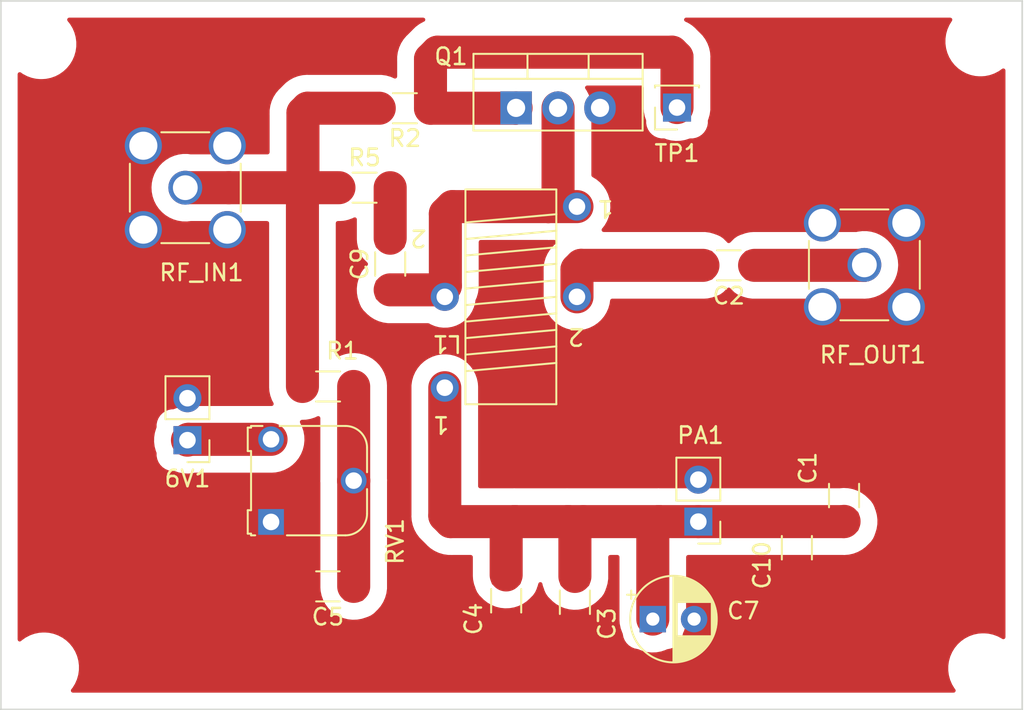
<source format=kicad_pcb>
(kicad_pcb (version 20211014) (generator pcbnew)
  (layers (0 "F.Cu" signal) (31 "B.Cu" signal) (35 "F.Paste" user) (37 "F.SilkS" user "F.Silkscreen") (38 "B.Mask" user) (39 "F.Mask" user) (44 "Edge.Cuts" user))
  (net 0 "")
  (net 1 "GND")
  (net 2 "Net-(6V1-Pad1)")
  (net 3 "Net-(C2-Pad2)")
  (net 4 "+VDC")
  (net 5 "Net-(C2-Pad1)")
  (net 6 "Net-(C5-Pad1)")
  (net 7 "/RF_IN")
  (net 8 "/DRAIN")
  (net 9 "Net-(C9-Pad2)")
  (net 10 "Net-(Q1-Pad1)")
  (footprint "Potentiometer_THT:Potentiometer_Runtron_RM-065_Vertical" (layer "F.Cu") (at 83.105 107.04 90)
    (fp_text reference "RV1" (at -1.18 7.51 90) (layer "F.SilkS"))
    (fp_text value "5k")
    (fp_line (start 0.71 -1.21) (end 4.29 -1.21) (layer "F.SilkS") (width 0.12))
    (fp_line (start 4.5 5.81) (end 3.01 5.81) (layer "F.SilkS") (width 0.12))
    (fp_line (start -0.71 -1.41) (end -0.71 -1.21) (layer "F.SilkS") (width 0.12))
    (fp_line (start -0.71 -1.21) (end -0.81 -1.21) (layer "F.SilkS") (width 0.12))
    (fp_line (start -0.71 -1.41) (end 0.71 -1.41) (layer "F.SilkS") (width 0.12))
    (fp_line (start -0.81 4.5) (end -0.81 0.96) (layer "F.SilkS") (width 0.12))
    (fp_line (start 5.81 0.52) (end 5.81 4.5) (layer "F.SilkS") (width 0.12))
    (fp_line (start 5.71 -1.21) (end 5.81 -1.21) (layer "F.SilkS") (width 0.12))
    (fp_line (start 1.99 5.81) (end 0.5 5.81) (layer "F.SilkS") (width 0.12))
    (fp_line (start 4.29 -1.41) (end 5.71 -1.41) (layer "F.SilkS") (width 0.12))
    (fp_line (start -0.81 -1.21) (end -0.81 -0.96) (layer "F.SilkS") (width 0.12))
    (fp_line (start 5.81 -1.21) (end 5.81 -0.52) (layer "F.SilkS") (width 0.12))
    (fp_line (start 0.71 -1.21) (end 0.71 -1.41) (layer "F.SilkS") (width 0.12))
    (fp_line (start 5.71 -1.41) (end 5.71 -1.21) (layer "F.SilkS") (width 0.12))
    (fp_line (start 4.29 -1.21) (end 4.29 -1.41) (layer "F.SilkS") (width 0.12))
    (fp_arc (start 5.81 4.5) (mid 5.42631 5.42631) (end 4.5 5.81) (layer "F.SilkS") (width 0.12))
    (fp_arc (start 0.5 5.81) (mid -0.42631 5.42631) (end -0.81 4.5) (layer "F.SilkS") (width 0.12))
    (pad "1" thru_hole rect (at 0 0 90) (size 1.56 1.56) (drill 1) (layers *.Cu *.Mask) (net 1 "GND"))
    (pad "2" thru_hole circle (at 2.5 5 90) (size 1.56 1.56) (drill 1) (layers *.Cu *.Mask) (net 6 "Net-(C5-Pad1)"))
    (pad "3" thru_hole circle (at 5 0 90) (size 1.56 1.56) (drill 1) (layers *.Cu *.Mask) (net 2 "Net-(6V1-Pad1)"))
  )
  (footprint "Resistor_SMD:R_1206_3216Metric_Pad1.30x1.75mm_HandSolder" (layer "F.Cu") (at 91.205 82 180)
    (fp_text reference "R2" (at 0 -1.82) (layer "F.SilkS"))
    (fp_text value "10" hide)
    (fp_line (start -0.727064 -0.91) (end 0.727064 -0.91) (layer "F.SilkS") (width 0.12))
    (fp_line (start -0.727064 0.91) (end 0.727064 0.91) (layer "F.SilkS") (width 0.12))
    (pad "1" smd roundrect (at -1.55 0 180) (size 1.3 1.75) (layers "F.Cu" "F.Paste" "F.Mask") (roundrect_rratio 0.192308) (net 10 "Net-(Q1-Pad1)"))
    (pad "2" smd roundrect (at 1.55 0 180) (size 1.3 1.75) (layers "F.Cu" "F.Paste" "F.Mask") (roundrect_rratio 0.192308) (net 7 "/RF_IN"))
  )
  (footprint "Capacitor_SMD:C_1206_3216Metric_Pad1.33x1.80mm_HandSolder" (layer "F.Cu") (at 86.545 110.94 180)
    (fp_text reference "C5" (at 0 -1.85) (layer "F.SilkS"))
    (fp_text value "100nF" hide)
    (fp_line (start -0.711252 -0.91) (end 0.711252 -0.91) (layer "F.SilkS") (width 0.12))
    (fp_line (start -0.711252 0.91) (end 0.711252 0.91) (layer "F.SilkS") (width 0.12))
    (pad "1" smd roundrect (at -1.5625 0 180) (size 1.325 1.8) (layers "F.Cu" "F.Paste" "F.Mask") (roundrect_rratio 0.188679) (net 6 "Net-(C5-Pad1)"))
    (pad "2" smd roundrect (at 1.5625 0 180) (size 1.325 1.8) (layers "F.Cu" "F.Paste" "F.Mask") (roundrect_rratio 0.188679) (net 1 "GND"))
  )
  (footprint "Capacitor_SMD:C_1206_3216Metric_Pad1.33x1.80mm_HandSolder" (layer "F.Cu") (at 97.335 111.81 -90)
    (fp_text reference "C4" (at 1.1 1.98 90) (layer "F.SilkS"))
    (fp_text value "100nF" hide)
    (fp_line (start -0.711252 0.91) (end 0.711252 0.91) (layer "F.SilkS") (width 0.12))
    (fp_line (start -0.711252 -0.91) (end 0.711252 -0.91) (layer "F.SilkS") (width 0.12))
    (pad "1" smd roundrect (at -1.5625 0 270) (size 1.325 1.8) (layers "F.Cu" "F.Paste" "F.Mask") (roundrect_rratio 0.188679) (net 4 "+VDC"))
    (pad "2" smd roundrect (at 1.5625 0 270) (size 1.325 1.8) (layers "F.Cu" "F.Paste" "F.Mask") (roundrect_rratio 0.188679) (net 1 "GND"))
  )
  (footprint "Capacitor_SMD:C_1206_3216Metric_Pad1.33x1.80mm_HandSolder" (layer "F.Cu") (at 110.8075 91.51 180)
    (fp_text reference "C2" (at 0 -1.85) (layer "F.SilkS"))
    (fp_text value "100nF (100v)" hide)
    (fp_line (start -0.711252 0.91) (end 0.711252 0.91) (layer "F.SilkS") (width 0.12))
    (fp_line (start -0.711252 -0.91) (end 0.711252 -0.91) (layer "F.SilkS") (width 0.12))
    (pad "1" smd roundrect (at -1.5625 0 180) (size 1.325 1.8) (layers "F.Cu" "F.Paste" "F.Mask") (roundrect_rratio 0.188679) (net 5 "Net-(C2-Pad1)"))
    (pad "2" smd roundrect (at 1.5625 0 180) (size 1.325 1.8) (layers "F.Cu" "F.Paste" "F.Mask") (roundrect_rratio 0.188679) (net 3 "Net-(C2-Pad2)"))
  )
  (footprint "Connector_Coaxial:SMA_Amphenol_901-144_Vertical" (layer "F.Cu") (at 77.915 86.81 180)
    (fp_text reference "RF_IN1" (at -0.98 -5.14) (layer "F.SilkS"))
    (fp_text value "Conn_Coaxial" hide)
    (fp_line (start -1.45 -3.355) (end 1.45 -3.355) (layer "F.SilkS") (width 0.12))
    (fp_line (start -1.45 3.355) (end 1.45 3.355) (layer "F.SilkS") (width 0.12))
    (fp_line (start -3.355 -1.45) (end -3.355 1.45) (layer "F.SilkS") (width 0.12))
    (fp_line (start 3.355 -1.45) (end 3.355 1.45) (layer "F.SilkS") (width 0.12))
    (pad "1" thru_hole circle locked (at 0 0 180) (size 2.05 2.05) (drill 1.5) (layers *.Cu *.Mask) (net 7 "/RF_IN"))
    (pad "2" thru_hole circle locked (at -2.54 2.54 180) (size 2.25 2.25) (drill 1.7) (layers *.Cu *.Mask) (net 1 "GND"))
    (pad "2" thru_hole circle locked (at 2.54 -2.54 180) (size 2.25 2.25) (drill 1.7) (layers *.Cu *.Mask) (net 1 "GND"))
    (pad "2" thru_hole circle locked (at -2.54 -2.54 180) (size 2.25 2.25) (drill 1.7) (layers *.Cu *.Mask) (net 1 "GND"))
    (pad "2" thru_hole circle locked (at 2.54 2.54 180) (size 2.25 2.25) (drill 1.7) (layers *.Cu *.Mask) (net 1 "GND"))
  )
  (footprint "Package_TO_SOT_THT:TO-220-3_Vertical" (layer "F.Cu") (at 97.935 81.98)
    (fp_text reference "Q1" (at -3.94 -3.11) (layer "F.SilkS"))
    (fp_text value "\"Finals\"" hide)
    (fp_line (start -2.58 -3.27) (end -2.58 1.371) (layer "F.SilkS") (width 0.12))
    (fp_line (start -2.58 -1.76) (end 7.66 -1.76) (layer "F.SilkS") (width 0.12))
    (fp_line (start -2.58 -3.27) (end 7.66 -3.27) (layer "F.SilkS") (width 0.12))
    (fp_line (start 7.66 -3.27) (end 7.66 1.371) (layer "F.SilkS") (width 0.12))
    (fp_line (start 0.69 -3.27) (end 0.69 -1.76) (layer "F.SilkS") (width 0.12))
    (fp_line (start 4.391 -3.27) (end 4.391 -1.76) (layer "F.SilkS") (width 0.12))
    (fp_line (start -2.58 1.371) (end 7.66 1.371) (layer "F.SilkS") (width 0.12))
    (pad "1" thru_hole rect locked (at 0 0) (size 1.905 2) (drill 1.1) (layers *.Cu *.Mask) (net 10 "Net-(Q1-Pad1)"))
    (pad "2" thru_hole oval locked (at 2.54 0) (size 1.905 2) (drill 1.1) (layers *.Cu *.Mask) (net 8 "/DRAIN"))
    (pad "3" thru_hole oval locked (at 5.08 0) (size 1.905 2) (drill 1.1) (layers *.Cu *.Mask) (net 1 "GND"))
  )
  (footprint "Connector_Coaxial:SMA_Amphenol_901-144_Vertical" (layer "F.Cu") (at 119.015 91.48 -90)
    (fp_text reference "RF_OUT1" (at 5.45 -0.51) (layer "F.SilkS"))
    (fp_text value "Conn_Coaxial" hide)
    (fp_line (start 3.355 -1.45) (end 3.355 1.45) (layer "F.SilkS") (width 0.12))
    (fp_line (start -1.45 -3.355) (end 1.45 -3.355) (layer "F.SilkS") (width 0.12))
    (fp_line (start -1.45 3.355) (end 1.45 3.355) (layer "F.SilkS") (width 0.12))
    (fp_line (start -3.355 -1.45) (end -3.355 1.45) (layer "F.SilkS") (width 0.12))
    (pad "1" thru_hole circle locked (at 0 0 270) (size 2.05 2.05) (drill 1.5) (layers *.Cu *.Mask) (net 5 "Net-(C2-Pad1)"))
    (pad "2" thru_hole circle locked (at 2.54 -2.54 270) (size 2.25 2.25) (drill 1.7) (layers *.Cu *.Mask) (net 1 "GND"))
    (pad "2" thru_hole circle locked (at 2.54 2.54 270) (size 2.25 2.25) (drill 1.7) (layers *.Cu *.Mask) (net 1 "GND"))
    (pad "2" thru_hole circle locked (at -2.54 2.54 270) (size 2.25 2.25) (drill 1.7) (layers *.Cu *.Mask) (net 1 "GND"))
    (pad "2" thru_hole circle locked (at -2.54 -2.54 270) (size 2.25 2.25) (drill 1.7) (layers *.Cu *.Mask) (net 1 "GND"))
  )
  (footprint "Resistor_SMD:R_1206_3216Metric_Pad1.30x1.75mm_HandSolder" (layer "F.Cu") (at 86.555 98.84 180)
    (fp_text reference "R1" (at -0.87 2.15) (layer "F.SilkS"))
    (fp_text value "3.3k" hide)
    (fp_line (start -0.727064 0.91) (end 0.727064 0.91) (layer "F.SilkS") (width 0.12))
    (fp_line (start -0.727064 -0.91) (end 0.727064 -0.91) (layer "F.SilkS") (width 0.12))
    (pad "1" smd roundrect (at -1.55 0 180) (size 1.3 1.75) (layers "F.Cu" "F.Paste" "F.Mask") (roundrect_rratio 0.192308) (net 6 "Net-(C5-Pad1)"))
    (pad "2" smd roundrect (at 1.55 0 180) (size 1.3 1.75) (layers "F.Cu" "F.Paste" "F.Mask") (roundrect_rratio 0.192308) (net 7 "/RF_IN"))
  )
  (footprint "Connector_PinHeader_2.54mm:PinHeader_1x02_P2.54mm_Vertical" (layer "F.Cu") (at 108.965 107.02 180)
    (fp_text reference "PA1" (at -0.13 5.22) (layer "F.SilkS"))
    (fp_text value "VDC" hide)
    (fp_line (start -1.33 1.27) (end -1.33 3.87) (layer "F.SilkS") (width 0.12))
    (fp_line (start -1.33 0) (end -1.33 -1.33) (layer "F.SilkS") (width 0.12))
    (fp_line (start -1.33 1.27) (end 1.33 1.27) (layer "F.SilkS") (width 0.12))
    (fp_line (start 1.33 1.27) (end 1.33 3.87) (layer "F.SilkS") (width 0.12))
    (fp_line (start -1.33 3.87) (end 1.33 3.87) (layer "F.SilkS") (width 0.12))
    (fp_line (start -1.33 -1.33) (end 0 -1.33) (layer "F.SilkS") (width 0.12))
    (pad "1" thru_hole rect locked (at 0 0 180) (size 1.7 1.7) (drill 1) (layers *.Cu *.Mask) (net 4 "+VDC"))
    (pad "2" thru_hole oval locked (at 0 2.54 180) (size 1.7 1.7) (drill 1) (layers *.Cu *.Mask) (net 1 "GND"))
  )
  (footprint "Connector_PinSocket_2.54mm:PinSocket_1x01_P2.54mm_Vertical" (layer "F.Cu") (at 107.675 81.96 180)
    (fp_text reference "TP1" (at 0 -2.77) (layer "F.SilkS"))
    (fp_text value "TestPoint" hide)
    (fp_line (start 1.33 1.21) (end 1.33 1.33) (layer "F.SilkS") (width 0.12))
    (fp_line (start 0 -1.33) (end 1.33 -1.33) (layer "F.SilkS") (width 0.12))
    (fp_line (start 1.33 -1.33) (end 1.33 0) (layer "F.SilkS") (width 0.12))
    (fp_line (start -1.33 1.33) (end 1.33 1.33) (layer "F.SilkS") (width 0.12))
    (fp_line (start -1.33 1.21) (end -1.33 1.33) (layer "F.SilkS") (width 0.12))
    (pad "1" thru_hole rect (at 0 0 180) (size 1.7 1.7) (drill 1) (layers *.Cu *.Mask) (net 10 "Net-(Q1-Pad1)"))
  )
  (footprint "Connector_PinHeader_2.54mm:PinHeader_1x02_P2.54mm_Vertical" (layer "F.Cu") (at 78.045 102.09 180)
    (fp_text reference "6V1" (at 0 -2.33) (layer "F.SilkS"))
    (fp_text value "BIAS")
    (fp_line (start -1.33 -1.33) (end 0 -1.33) (layer "F.SilkS") (width 0.12))
    (fp_line (start -1.33 0) (end -1.33 -1.33) (layer "F.SilkS") (width 0.12))
    (fp_line (start -1.33 1.27) (end -1.33 3.87) (layer "F.SilkS") (width 0.12))
    (fp_line (start 1.33 1.27) (end 1.33 3.87) (layer "F.SilkS") (width 0.12))
    (fp_line (start -1.33 3.87) (end 1.33 3.87) (layer "F.SilkS") (width 0.12))
    (fp_line (start -1.33 1.27) (end 1.33 1.27) (layer "F.SilkS") (width 0.12))
    (pad "1" thru_hole rect (at 0 0 180) (size 1.7 1.7) (drill 1) (layers *.Cu *.Mask) (net 2 "Net-(6V1-Pad1)"))
    (pad "2" thru_hole oval (at 0 2.54 180) (size 1.7 1.7) (drill 1) (layers *.Cu *.Mask) (net 1 "GND"))
  )
  (footprint "Capacitor_SMD:C_1206_3216Metric_Pad1.33x1.80mm_HandSolder" (layer "F.Cu") (at 117.785 105.4425 90)
    (fp_text reference "C1" (at 1.6625 -2.19 90) (layer "F.SilkS"))
    (fp_text value "1nF" hide)
    (fp_line (start -0.711252 0.91) (end 0.711252 0.91) (layer "F.SilkS") (width 0.12))
    (fp_line (start -0.711252 -0.91) (end 0.711252 -0.91) (layer "F.SilkS") (width 0.12))
    (pad "1" smd roundrect (at -1.5625 0 90) (size 1.325 1.8) (layers "F.Cu" "F.Paste" "F.Mask") (roundrect_rratio 0.188679) (net 4 "+VDC"))
    (pad "2" smd roundrect (at 1.5625 0 90) (size 1.325 1.8) (layers "F.Cu" "F.Paste" "F.Mask") (roundrect_rratio 0.188679) (net 1 "GND"))
  )
  (footprint "Capacitor_THT:CP_Radial_D5.0mm_P2.50mm" (layer "F.Cu") (at 106.209887 112.92)
    (fp_text reference "C7" (at 5.475113 -0.5) (layer "F.SilkS"))
    (fp_text value "22uF 25v" hide)
    (fp_line (start 1.971 -2.48) (end 1.971 -1.04) (layer "F.SilkS") (width 0.12))
    (fp_line (start 2.011 -2.468) (end 2.011 -1.04) (layer "F.SilkS") (width 0.12))
    (fp_line (start 3.371 1.04) (end 3.371 1.5) (layer "F.SilkS") (width 0.12))
    (fp_line (start 2.891 -2.004) (end 2.891 -1.04) (layer "F.SilkS") (width 0.12))
    (fp_line (start 2.811 -2.065) (end 2.811 -1.04) (layer "F.SilkS") (width 0.12))
    (fp_line (start 1.69 -2.543) (end 1.69 -1.04) (layer "F.SilkS") (width 0.12))
    (fp_line (start 2.011 1.04) (end 2.011 2.468) (layer "F.SilkS") (width 0.12))
    (fp_line (start 2.971 -1.937) (end 2.971 -1.04) (layer "F.SilkS") (width 0.12))
    (fp_line (start 1.61 1.04) (end 1.61 2.556) (layer "F.SilkS") (width 0.12))
    (fp_line (start 2.171 1.04) (end 2.171 2.414) (layer "F.SilkS") (width 0.12))
    (fp_line (start 3.411 1.04) (end 3.411 1.443) (layer "F.SilkS") (width 0.12))
    (fp_line (start 3.171 1.04) (end 3.171 1.743) (layer "F.SilkS") (width 0.12))
    (fp_line (start 3.531 -1.251) (end 3.531 -1.04) (layer "F.SilkS") (width 0.12))
    (fp_line (start 1.33 -2.579) (end 1.33 2.579) (layer "F.SilkS") (width 0.12))
    (fp_line (start 2.731 1.04) (end 2.731 2.122) (layer "F.SilkS") (width 0.12))
    (fp_line (start 2.611 1.04) (end 2.611 2.2) (layer "F.SilkS") (width 0.12))
    (fp_line (start 3.251 -1.653) (end 3.251 -1.04) (layer "F.SilkS") (width 0.12))
    (fp_line (start 3.811 -0.518) (end 3.811 0.518) (layer "F.SilkS") (width 0.12))
    (fp_line (start 2.691 -2.149) (end 2.691 -1.04) (layer "F.SilkS") (width 0.12))
    (fp_line (start 3.211 1.04) (end 3.211 1.699) (layer "F.SilkS") (width 0.12))
    (fp_line (start 2.131 -2.428) (end 2.131 -1.04) (layer "F.SilkS") (width 0.12))
    (fp_line (start 1.29 -2.58) (end 1.29 2.58) (layer "F.SilkS") (width 0.12))
    (fp_line (start 3.531 1.04) (end 3.531 1.251) (layer "F.SilkS") (width 0.12))
    (fp_line (start 1.65 -2.55) (end 1.65 -1.04) (layer "F.SilkS") (width 0.12))
    (fp_line (start 3.291 -1.605) (end 3.291 -1.04) (layer "F.SilkS") (width 0.12))
    (fp_line (start 2.091 -2.442) (end 2.091 -1.04) (layer "F.SilkS") (width 0.12))
    (fp_line (start 2.331 1.04) (end 2.331 2.348) (layer "F.SilkS") (width 0.12))
    (fp_line (start 1.85 -2.511) (end 1.85 -1.04) (layer "F.SilkS") (width 0.12))
    (fp_line (start 1.53 -2.565) (end 1.53 -1.04) (layer "F.SilkS") (width 0.12))
    (fp_line (start 3.331 1.04) (end 3.331 1.554) (layer "F.SilkS") (width 0.12))
    (fp_line (start 3.491 -1.319) (end 3.491 -1.04) (layer "F.SilkS") (width 0.12))
    (fp_line (start 2.771 -2.095) (end 2.771 -1.04) (layer "F.SilkS") (width 0.12))
    (fp_line (start 2.091 1.04) (end 2.091 2.442) (layer "F.SilkS") (width 0.12))
    (fp_line (start 3.451 -1.383) (end 3.451 -1.04) (layer "F.SilkS") (width 0.12))
    (fp_line (start 2.851 -2.035) (end 2.851 -1.04) (layer "F.SilkS") (width 0.12))
    (fp_line (start 3.091 -1.826) (end 3.091 -1.04) (layer "F.SilkS") (width 0.12))
    (fp_line (start 2.731 -2.122) (end 2.731 -1.04) (layer "F.SilkS") (width 0.12))
    (fp_line (start 3.491 1.04) (end 3.491 1.319) (layer "F.SilkS") (width 0.12))
    (fp_line (start 2.931 1.04) (end 2.931 1.971) (layer "F.SilkS") (width 0.12))
    (fp_line (start 1.45 -2.573) (end 1.45 2.573) (layer "F.SilkS") (width 0.12))
    (fp_line (start 1.77 1.04) (end 1.77 2.528) (layer "F.SilkS") (width 0.12))
    (fp_line (start 1.81 -2.52) (end 1.81 -1.04) (layer "F.SilkS") (width 0.12))
    (fp_line (start 1.61 -2.556) (end 1.61 -1.04) (layer "F.SilkS") (width 0.12))
    (fp_line (start 2.971 1.04) (end 2.971 1.937) (layer "F.SilkS") (width 0.12))
    (fp_line (start 2.251 1.04) (end 2.251 2.382) (layer "F.SilkS") (width 0.12))
    (fp_line (start 3.131 -1.785) (end 3.131 -1.04) (layer "F.SilkS") (width 0.12))
    (fp_line (start 1.93 -2.491) (end 1.93 -1.04) (layer "F.SilkS") (width 0.12))
    (fp_line (start 3.091 1.04) (end 3.091 1.826) (layer "F.SilkS") (width 0.12))
    (fp_line (start 3.131 1.04) (end 3.131 1.785) (layer "F.SilkS") (width 0.12))
    (fp_line (start 2.451 1.04) (end 2.451 2.29) (layer "F.SilkS") (width 0.12))
    (fp_line (start 2.051 1.04) (end 2.051 2.455) (layer "F.SilkS") (width 0.12))
    (fp_line (start 3.851 -0.284) (end 3.851 0.284) (layer "F.SilkS") (width 0.12))
    (fp_line (start 2.531 -2.247) (end 2.531 -1.04) (layer "F.SilkS") (width 0.12))
    (fp_line (start 3.211 -1.699) (end 3.211 -1.04) (layer "F.SilkS") (width 0.12))
    (fp_line (start 3.731 -0.805) (end 3.731 0.805) (layer "F.SilkS") (width 0.12))
    (fp_line (start 2.811 1.04) (end 2.811 2.065) (layer "F.SilkS") (width 0.12))
    (fp_line (start 1.25 -2.58) (end 1.25 2.58) (layer "F.SilkS") (width 0.12))
    (fp_line (start 3.171 -1.743) (end 3.171 -1.04) (layer "F.SilkS") (width 0.12))
    (fp_line (start 2.371 1.04) (end 2.371 2.329) (layer "F.SilkS") (width 0.12))
    (fp_line (start 2.411 1.04) (end 2.411 2.31) (layer "F.SilkS") (width 0.12))
    (fp_line (start 3.691 -0.915) (end 3.691 0.915) (layer "F.SilkS") (width 0.12))
    (fp_line (start 1.77 -2.528) (end 1.77 -1.04) (layer "F.SilkS") (width 0.12))
    (fp_line (start 3.011 -1.901) (end 3.011 -1.04) (layer "F.SilkS") (width 0.12))
    (fp_line (start 2.931 -1.971) (end 2.931 -1.04) (layer "F.SilkS") (width 0.12))
    (fp_line (start 1.93 1.04) (end 1.93 2.491) (layer "F.SilkS") (width 0.12))
    (fp_line (start 1.57 -2.561) (end 1.57 -1.04) (layer "F.SilkS") (width 0.12))
    (fp_line (start 2.651 1.04) (end 2.651 2.175) (layer "F.SilkS") (width 0.12))
    (fp_line (start 2.571 1.04) (end 2.571 2.224) (layer "F.SilkS") (width 0.12))
    (fp_line (start 1.53 1.04) (end 1.53 2.565) (layer "F.SilkS") (width 0.12))
    (fp_line (start 2.771 1.04) (end 2.771 2.095) (layer "F.SilkS") (width 0.12))
    (fp_line (start 1.49 -2.569) (end 1.49 -1.04) (layer "F.SilkS") (width 0.12))
    (fp_line (start 3.571 -1.178) (end 3.571 1.178) (layer "F.SilkS") (width 0.12))
    (fp_line (start 2.291 1.04) (end 2.291 2.365) (layer "F.SilkS") (width 0.12))
    (fp_line (start 2.171 -2.414) (end 2.171 -1.04) (layer "F.SilkS") (width 0.12))
    (fp_line (start 2.211 -2.398) (end 2.211 -1.04) (layer "F.SilkS") (width 0.12))
    (fp_line (start 1.89 1.04) (end 1.89 2.501) (layer "F.SilkS") (width 0.12))
    (fp_line (start 1.49 1.04) (end 1.49 2.569) (layer "F.SilkS") (width 0.12))
    (fp_line (start 3.771 -0.677) (end 3.771 0.677) (layer "F.SilkS") (width 0.12))
    (fp_line (start 3.051 -1.864) (end 3.051 -1.04) (layer "F.SilkS") (width 0.12))
    (fp_line (start 3.411 -1.443) (end 3.411 -1.04) (layer "F.SilkS") (width 0.12))
    (fp_line (start 2.251 -2.382) (end 2.251 -1.04) (layer "F.SilkS") (width 0.12))
    (fp_line (start 3.051 1.04) (end 3.051 1.864) (layer "F.SilkS") (width 0.12))
    (fp_line (start 2.571 -2.224) (end 2.571 -1.04) (layer "F.SilkS") (width 0.12))
    (fp_line (start 2.331 -2.348) (end 2.331 -1.04) (layer "F.SilkS") (width 0.12))
    (fp_line (start 2.651 -2.175) (end 2.651 -1.04) (layer "F.SilkS") (width 0.12))
    (fp_line (start 1.69 1.04) (end 1.69 2.543) (layer "F.SilkS") (width 0.12))
    (fp_line (start 2.851 1.04) (end 2.851 2.035) (layer "F.SilkS") (width 0.12))
    (fp_line (start 2.211 1.04) (end 2.211 2.398) (layer "F.SilkS") (width 0.12))
    (fp_line (start 2.491 1.04) (end 2.491 2.268) (layer "F.SilkS") (width 0.12))
    (fp_line (start 3.371 -1.5) (end 3.371 -1.04) (layer "F.SilkS") (width 0.12))
    (fp_line (start 2.491 -2.268) (end 2.491 -1.04) (layer "F.SilkS") (width 0.12))
    (fp_line (start 1.85 1.04) (end 1.85 2.511) (layer "F.SilkS") (width 0.12))
    (fp_line (start 1.971 1.04) (end 1.971 2.48) (layer "F.SilkS") (width 0.12))
    (fp_line (start 1.73 1.04) (end 1.73 2.536) (layer "F.SilkS") (width 0.12))
    (fp_line (start 1.73 -2.536) (end 1.73 -1.04) (layer "F.SilkS") (width 0.12))
    (fp_line (start -1.554775 -1.475) (end -1.054775 -1.475) (layer "F.SilkS") (width 0.12))
    (fp_line (start 1.65 1.04) (end 1.65 2.55) (layer "F.SilkS") (width 0.12))
    (fp_line (start 3.011 1.04) (end 3.011 1.901) (layer "F.SilkS") (width 0.12))
    (fp_line (start 3.331 -1.554) (end 3.331 -1.04) (layer "F.SilkS") (width 0.12))
    (fp_line (start 2.291 -2.365) (end 2.291 -1.04) (layer "F.SilkS") (width 0.12))
    (fp_line (start 2.531 1.04) (end 2.531 2.247) (layer "F.SilkS") (width 0.12))
    (fp_line (start 3.291 1.04) (end 3.291 1.605) (layer "F.SilkS") (width 0.12))
    (fp_line (start 3.651 -1.011) (end 3.651 1.011) (layer "F.SilkS") (width 0.12))
    (fp_line (start 1.57 1.04) (end 1.57 2.561) (layer "F.SilkS") (width 0.12))
    (fp_line (start 1.89 -2.501) (end 1.89 -1.04) (layer "F.SilkS") (width 0.12))
    (fp_line (start 2.891 1.04) (end 2.891 2.004) (layer "F.SilkS") (width 0.12))
    (fp_line (start 2.691 1.04) (end 2.691 2.149) (layer "F.SilkS") (width 0.12))
    (fp_line (start 1.37 -2.578) (end 1.37 2.578) (layer "F.SilkS") (width 0.12))
    (fp_line (start 3.451 1.04) (end 3.451 1.383) (layer "F.SilkS") (width 0.12))
    (fp_line (start -1.304775 -1.725) (end -1.304775 -1.225) (layer "F.SilkS") (width 0.12))
    (fp_line (start 2.451 -2.29) (end 2.451 -1.04) (layer "F.SilkS") (width 0.12))
    (fp_line (start 1.41 -2.576) (end 1.41 2.576) (layer "F.SilkS") (width 0.12))
    (fp_line (start 2.131 1.04) (end 2.131 2.428) (layer "F.SilkS") (width 0.12))
    (fp_line (start 2.411 -2.31) (end 2.411 -1.04) (layer "F.SilkS") (width 0.12))
    (fp_line (start 3.251 1.04) (end 3.251 1.653) (layer "F.SilkS") (width 0.12))
    (fp_line (start 2.371 -2.329) (end 2.371 -1.04) (layer "F.SilkS") (width 0.12))
    (fp_line (start 1.81 1.04) (end 1.81 2.52) (layer "F.SilkS") (width 0.12))
    (fp_line (start 2.051 -2.455) (end 2.051 -1.04) (layer "F.SilkS") (width 0.12))
    (fp_line (start 2.611 -2.2) (end 2.611 -1.04) (layer "F.SilkS") (width 0.12))
    (fp_line (start 3.611 -1.098) (end 3.611 1.098) (layer "F.SilkS") (width 0.12))
    (fp_circle (center 1.25 0) (end 3.87 0) (layer "F.SilkS") (width 0.12) (fill none))
    (pad "1" thru_hole rect locked (at 0 0) (size 1.6 1.6) (drill 0.8) (layers *.Cu *.Mask) (net 4 "+VDC"))
    (pad "2" thru_hole circle locked (at 2.5 0) (size 1.6 1.6) (drill 0.8) (layers *.Cu *.Mask) (net 1 "GND"))
  )
  (footprint "Resistor_SMD:R_1206_3216Metric_Pad1.30x1.75mm_HandSolder" (layer "F.Cu") (at 88.765 86.81)
    (fp_text reference "R5" (at 0 -1.82) (layer "F.SilkS"))
    (fp_text value "680" hide)
    (fp_line (start -0.727064 0.91) (end 0.727064 0.91) (layer "F.SilkS") (width 0.12))
    (fp_line (start -0.727064 -0.91) (end 0.727064 -0.91) (layer "F.SilkS") (width 0.12))
    (pad "1" smd roundrect (at -1.55 0) (size 1.3 1.75) (layers "F.Cu" "F.Paste" "F.Mask") (roundrect_rratio 0.192308) (net 7 "/RF_IN"))
    (pad "2" smd roundrect (at 1.55 0) (size 1.3 1.75) (layers "F.Cu" "F.Paste" "F.Mask") (roundrect_rratio 0.192308) (net 9 "Net-(C9-Pad2)"))
  )
  (footprint "MountingHole:MountingHole_2.2mm_M2" (layer "F.Cu") (at 126.04 77.95)
    (fp_text reference "H2" hide)
    (fp_text value "MountingHole" hide)
    (pad "" np_thru_hole circle (at 0 0) (size 2.2 2.2) (drill 2.2) (layers *.Cu *.Mask))
  )
  (footprint "MountingHole:MountingHole_2.2mm_M2" (layer "F.Cu") (at 69.2 78.12)
    (fp_text reference "H1" hide)
    (fp_text value "MountingHole" hide)
    (pad "" np_thru_hole circle (at 0 0) (size 2.2 2.2) (drill 2.2) (layers *.Cu *.Mask))
  )
  (footprint "Capacitor_SMD:C_1206_3216Metric_Pad1.33x1.80mm_HandSolder" (layer "F.Cu") (at 90.315 91.43 90)
    (fp_text reference "C9" (at 0 -1.85 90) (layer "F.SilkS"))
    (fp_text value "0.1u 100v" hide)
    (fp_line (start -0.711252 -0.91) (end 0.711252 -0.91) (layer "F.SilkS") (width 0.12))
    (fp_line (start -0.711252 0.91) (end 0.711252 0.91) (layer "F.SilkS") (width 0.12))
    (pad "1" smd roundrect (at -1.5625 0 90) (size 1.325 1.8) (layers "F.Cu" "F.Paste" "F.Mask") (roundrect_rratio 0.188679) (net 8 "/DRAIN"))
    (pad "2" smd roundrect (at 1.5625 0 90) (size 1.325 1.8) (layers "F.Cu" "F.Paste" "F.Mask") (roundrect_rratio 0.188679) (net 9 "Net-(C9-Pad2)"))
  )
  (footprint "MountingHole:MountingHole_2.2mm_M2" (layer "F.Cu") (at 126.21 115.9)
    (fp_text reference "H4" hide)
    (fp_text value "MountingHole" hide)
    (pad "" np_thru_hole circle (at 0 0) (size 2.2 2.2) (drill 2.2) (layers *.Cu *.Mask))
  )
  (footprint "MountingHole:MountingHole_2.2mm_M2" (layer "F.Cu") (at 69.36 115.85)
    (fp_text reference "H3" hide)
    (fp_text value "MountingHole" hide)
    (pad "" np_thru_hole circle (at 0 0) (size 2.2 2.2) (drill 2.2) (layers *.Cu *.Mask))
  )
  (footprint "footprints:FT50-43 Transformer" (layer "F.Cu") (at 97.62 85.415)
    (fp_text reference "L1" (at -3.86 10.845 -180 unlocked) (layer "F.SilkS"))
    (fp_text value "RFC1" hide)
    (fp_line (start -2.75 1.5) (end 2.75 1.5) (layer "F.SilkS") (width 0.12))
    (fp_line (start 2.75 1.5) (end 2.75 14.5) (layer "F.SilkS") (width 0.12))
    (fp_line (start -2.75 10.5) (end 2.75 10) (layer "F.SilkS") (width 0.12))
    (fp_line (start -2.75 14.5) (end -2.75 1.5) (layer "F.SilkS") (width 0.12))
    (fp_line (start -2.75 11.5) (end 2.75 11) (layer "F.SilkS") (width 0.12))
    (fp_line (start -2.75 9.5) (end 2.75 9) (layer "F.SilkS") (width 0.12))
    (fp_line (start -2.75 5.5) (end 2.75 5) (layer "F.SilkS") (width 0.12))
    (fp_line (start -2.75 12.5) (end 2.75 12) (layer "F.SilkS") (width 0.12))
    (fp_line (start -2.75 3.5) (end 2.75 3) (layer "F.SilkS") (width 0.12))
    (fp_line (start -2.75 6.5) (end 2.75 6) (layer "F.SilkS") (width 0.12))
    (fp_line (start -2.75 7.5) (end 2.75 7) (layer "F.SilkS") (width 0.12))
    (fp_line (start 2.75 14.5) (end -2.75 14.5) (layer "F.SilkS") (width 0.12))
    (fp_line (start -2.75 4.5) (end 2.75 4) (layer "F.SilkS") (width 0.12))
    (fp_line (start -2.75 8.5) (end 2.75 8) (layer "F.SilkS") (width 0.12))
    (pad "1" thru_hole circle locked (at 4 2.54) (size 1.7 1.7) (drill 1) (layers *.Cu *.Mask) (net 8 "/DRAIN"))
    (pad "2" thru_hole circle locked (at -4 13.5) (size 1.7 1.7) (drill 1) (layers *.Cu *.Mask) (net 4 "+VDC"))
    (pad "3" thru_hole circle locked (at 4 8) (size 1.7 1.7) (drill 1) (layers *.Cu *.Mask) (net 3 "Net-(C2-Pad2)"))
    (pad "4" thru_hole circle locked (at -4 8) (size 1.7 1.7) (drill 1) (layers *.Cu *.Mask) (net 8 "/DRAIN"))
  )
  (footprint "Capacitor_SMD:C_1206_3216Metric_Pad1.33x1.80mm_HandSolder" (layer "F.Cu") (at 101.495 111.9 -90)
    (fp_text reference "C3" (at 1.3 -1.94 90) (layer "F.SilkS"))
    (fp_text value "100nF" hide)
    (fp_line (start -0.711252 0.91) (end 0.711252 0.91) (layer "F.SilkS") (width 0.12))
    (fp_line (start -0.711252 -0.91) (end 0.711252 -0.91) (layer "F.SilkS") (width 0.12))
    (pad "1" smd roundrect (at -1.5625 0 270) (size 1.325 1.8) (layers "F.Cu" "F.Paste" "F.Mask") (roundrect_rratio 0.188679) (net 4 "+VDC"))
    (pad "2" smd roundrect (at 1.5625 0 270) (size 1.325 1.8) (layers "F.Cu" "F.Paste" "F.Mask") (roundrect_rratio 0.188679) (net 1 "GND"))
  )
  (footprint "Capacitor_SMD:C_1206_3216Metric_Pad1.33x1.80mm_HandSolder" (layer "F.Cu") (at 114.93 108.6 -90)
    (fp_text reference "C10" (at 1.06 2.11 90) (layer "F.SilkS"))
    (fp_text value "100nF" hide)
    (fp_line (start -0.711252 -0.91) (end 0.711252 -0.91) (layer "F.SilkS") (width 0.12))
    (fp_line (start -0.711252 0.91) (end 0.711252 0.91) (layer "F.SilkS") (width 0.12))
    (pad "1" smd roundrect (at -1.5625 0 270) (size 1.325 1.8) (layers "F.Cu" "F.Paste" "F.Mask") (roundrect_rratio 0.188679) (net 4 "+VDC"))
    (pad "2" smd roundrect (at 1.5625 0 270) (size 1.325 1.8) (layers "F.Cu" "F.Paste" "F.Mask") (roundrect_rratio 0.188679) (net 1 "GND"))
  )
  (gr_rect (start 66.75 75.5) (end 128.57 118.39) (layer "Edge.Cuts") (width 0.1) (fill none))
  (gr_text "2" (at 101.57 95.83 180) (layer "F.SilkS") (effects (font (size 1 1))))
  (gr_text "2" (at 92.03 89.87 180) (layer "F.SilkS") (effects (font (size 1 1))))
  (gr_text "1" (at 103.33 88.09 180) (layer "F.SilkS") (effects (font (size 1 1))))
  (gr_text "1" (at 93.39 101.16 180) (layer "F.SilkS") (effects (font (size 1 1))))
  (segment (start 78.095 102.04) (end 78.045 102.09) (width 2) (layer "F.Cu") (net 2))
  (segment (start 83.105 102.04) (end 78.095 102.04) (width 2) (layer "F.Cu") (net 2))
  (segment (start 101.87 91.51) (end 101.62 91.76) (width 2) (layer "F.Cu") (net 3))
  (segment (start 109.245 91.51) (end 101.87 91.51) (width 2) (layer "F.Cu") (net 3))
  (segment (start 101.62 91.76) (end 101.62 93.415) (width 2) (layer "F.Cu") (net 3))
  (segment (start 97.335 110.2475) (end 97.335 107.54) (width 2) (layer "F.Cu") (net 4))
  (segment (start 106.209887 107.385113) (end 106.575 107.02) (width 2) (layer "F.Cu") (net 4))
  (segment (start 108.965 107.02) (end 117.77 107.02) (width 2) (layer "F.Cu") (net 4))
  (segment (start 101.085 107.02) (end 97.855 107.02) (width 2) (layer "F.Cu") (net 4))
  (segment (start 101.495 110.3375) (end 101.495 107.43) (width 2) (layer "F.Cu") (net 4))
  (segment (start 117.77 107.02) (end 117.785 107.005) (width 2) (layer "F.Cu") (net 4))
  (segment (start 108.965 107.02) (end 106.575 107.02) (width 2) (layer "F.Cu") (net 4))
  (segment (start 93.975 107.02) (end 93.62 106.665) (width 2) (layer "F.Cu") (net 4))
  (segment (start 93.62 106.665) (end 93.62 98.915) (width 2) (layer "F.Cu") (net 4))
  (segment (start 106.209887 112.92) (end 106.209887 107.385113) (width 2) (layer "F.Cu") (net 4))
  (segment (start 106.575 107.02) (end 102.005 107.02) (width 2) (layer "F.Cu") (net 4))
  (segment (start 102.005 107.02) (end 101.085 107.02) (width 2) (layer "F.Cu") (net 4))
  (segment (start 101.495 107.43) (end 101.085 107.02) (width 2) (layer "F.Cu") (net 4))
  (segment (start 97.855 107.02) (end 93.975 107.02) (width 2) (layer "F.Cu") (net 4))
  (segment (start 97.335 107.54) (end 97.855 107.02) (width 2) (layer "F.Cu") (net 4))
  (segment (start 112.37 91.51) (end 118.985 91.51) (width 2) (layer "F.Cu") (net 5))
  (segment (start 118.985 91.51) (end 119.015 91.48) (width 2) (layer "F.Cu") (net 5))
  (segment (start 88.105 104.54) (end 88.105 98.84) (width 2) (layer "F.Cu") (net 6))
  (segment (start 88.1075 110.94) (end 88.1075 104.5425) (width 2) (layer "F.Cu") (net 6))
  (segment (start 88.1075 104.5425) (end 88.105 104.54) (width 2) (layer "F.Cu") (net 6))
  (segment (start 85.005 98.84) (end 85.005 87.35) (width 2) (layer "F.Cu") (net 7))
  (segment (start 84.465 86.81) (end 80.545 86.81) (width 2) (layer "F.Cu") (net 7))
  (segment (start 84.465 86.81) (end 87.215 86.81) (width 2) (layer "F.Cu") (net 7))
  (segment (start 85.035 82.28) (end 85.315 82) (width 2) (layer "F.Cu") (net 7))
  (segment (start 85.035 87.32) (end 85.035 82.28) (width 2) (layer "F.Cu") (net 7))
  (segment (start 85.005 87.35) (end 85.035 87.32) (width 2) (layer "F.Cu") (net 7))
  (segment (start 80.545 86.81) (end 77.915 86.81) (width 2) (layer "F.Cu") (net 7))
  (segment (start 85.005 87.35) (end 84.465 86.81) (width 2) (layer "F.Cu") (net 7))
  (segment (start 85.315 82) (end 89.655 82) (width 2) (layer "F.Cu") (net 7))
  (segment (start 93.655 92.75) (end 93.655 88.385) (width 2) (layer "F.Cu") (net 8))
  (segment (start 93.4125 92.9925) (end 93.655 92.75) (width 2) (layer "F.Cu") (net 8))
  (segment (start 99.885 87.955) (end 101.62 87.955) (width 2) (layer "F.Cu") (net 8))
  (segment (start 93.655 88.385) (end 94.085 87.955) (width 2) (layer "F.Cu") (net 8))
  (segment (start 100.475 81.98) (end 100.475 87.365) (width 2) (layer "F.Cu") (net 8))
  (segment (start 100.475 87.365) (end 99.885 87.955) (width 2) (layer "F.Cu") (net 8))
  (segment (start 94.085 87.955) (end 99.885 87.955) (width 2) (layer "F.Cu") (net 8))
  (segment (start 90.315 92.9925) (end 93.4125 92.9925) (width 2) (layer "F.Cu") (net 8))
  (segment (start 90.315 89.8675) (end 90.315 86.81) (width 2) (layer "F.Cu") (net 9))
  (segment (start 107.375 78.61) (end 107.675 78.91) (width 2) (layer "F.Cu") (net 10))
  (segment (start 93.175 78.61) (end 107.375 78.61) (width 2) (layer "F.Cu") (net 10))
  (segment (start 107.675 78.91) (end 107.675 81.96) (width 2) (layer "F.Cu") (net 10))
  (segment (start 92.755 79.03) (end 93.175 78.61) (width 2) (layer "F.Cu") (net 10))
  (segment (start 97.915 82) (end 97.935 81.98) (width 2) (layer "F.Cu") (net 10))
  (segment (start 92.755 82) (end 97.915 82) (width 2) (layer "F.Cu") (net 10))
  (segment (start 92.755 82) (end 92.755 79.03) (width 2) (layer "F.Cu") (net 10))
  (zone (net 1) (net_name "GND") (layer "F.Cu") (connect_pads yes (clearance 1.016)) (min_thickness 0.254) (fill yes (thermal_gap 0.508) (thermal_bridge_width 0.508))
    (polygon (pts (xy 128.66 118.37) (xy 66.85 118.37) (xy 66.85 75.59) (xy 128.66 75.59)))
  )
)
</source>
